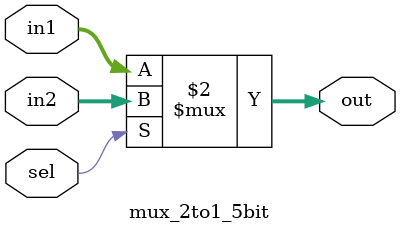
<source format=v>
module mux_2to1_32bit (
    input [31:0] in1,
    input [31:0] in2,
    input sel,
    output [31:0] out
);
    assign out = (sel == 1'b0) ? in1 : in2;
endmodule

module mux_2to1_5bit (
    input [4:0] in1,
    input [4:0] in2,
    input sel,
    output [4:0] out
);
    assign out = (sel == 1'b0) ? in1 : in2;
endmodule
</source>
